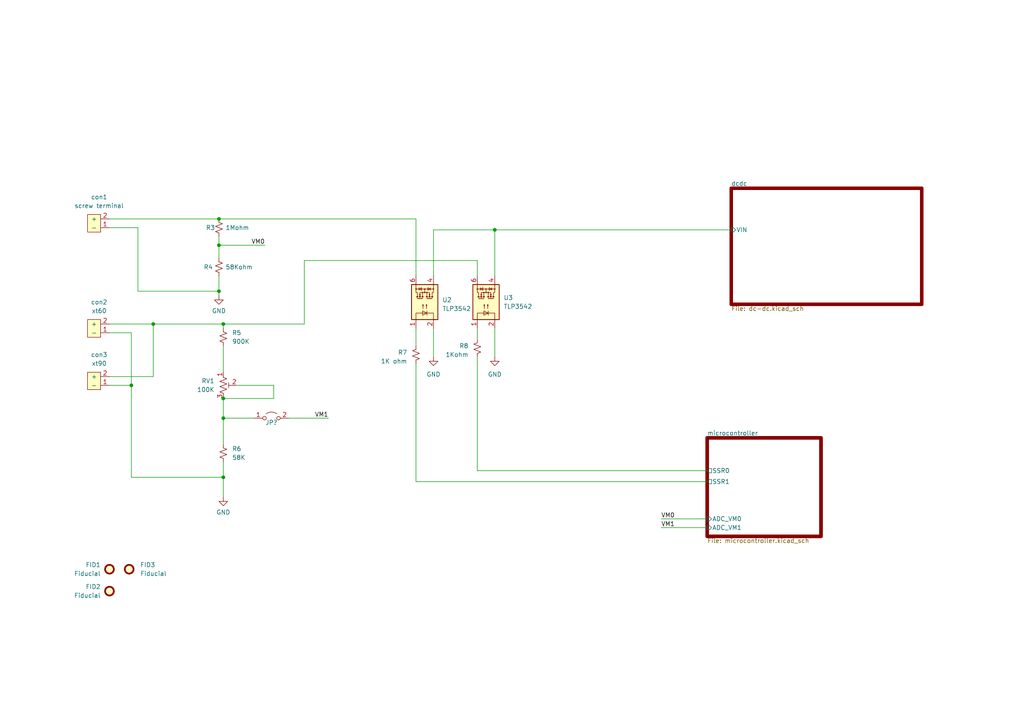
<source format=kicad_sch>
(kicad_sch (version 20210621) (generator eeschema)
  (paper "A4")
  (lib_symbols
    (symbol "Device:R_Potentiometer_Trim_US" (pin_names (offset 1.016) hide)
      (property "Reference" "RV" (at -4.445 0 90))
      (property "Value" "R_Potentiometer_Trim_US" (at -2.54 0 90))
      (symbol "R_Potentiometer_Trim_US_0_1"
        (polyline (pts (xy 0 -2.286) (xy 0 -2.54)))
        (polyline (pts (xy 0 2.286) (xy 0 2.54)))
        (polyline (pts (xy 1.524 0.762) (xy 1.524 -0.762)))
        (polyline (pts (xy 2.54 0) (xy 1.524 0)))
        (polyline (pts (xy 0 -0.762) (xy 1.016 -1.143) (xy 0 -1.524) (xy -1.016 -1.905) (xy 0 -2.286)))
        (polyline (pts (xy 0 0.762) (xy 1.016 0.381) (xy 0 0) (xy -1.016 -0.381) (xy 0 -0.762)))
        (polyline (pts (xy 0 2.286) (xy 1.016 1.905) (xy 0 1.524) (xy -1.016 1.143) (xy 0 0.762)))
      )
      (symbol "R_Potentiometer_Trim_US_1_1"
        (pin passive line (at 0 3.81 270) (length 1.27) (name "1") (number "1"))
        (pin passive line (at 3.81 0 180) (length 1.27) (name "2") (number "2"))
        (pin passive line (at 0 -3.81 90) (length 1.27) (name "3") (number "3"))
      )
    )
    (symbol "Device:R_Small_US" (pin_numbers hide) (pin_names (offset 0.254) hide)
      (property "Reference" "R" (at 0.762 0.508 0))
      (property "Value" "R_Small_US" (at 0.762 -1.016 0))
      (symbol "R_Small_US_1_1"
        (polyline (pts (xy 0 0) (xy 1.016 -0.381) (xy 0 -0.762) (xy -1.016 -1.143) (xy 0 -1.524)))
        (polyline (pts (xy 0 1.524) (xy 1.016 1.143) (xy 0 0.762) (xy -1.016 0.381) (xy 0 0)))
        (pin passive line (at 0 2.54 270) (length 1.016) (name "~") (number "1"))
        (pin passive line (at 0 -2.54 90) (length 1.016) (name "~") (number "2"))
      )
    )
    (symbol "Jumper:Jumper_2_Open" (pin_names (offset 0) hide)
      (property "Reference" "JP" (at 0 2.794 0))
      (property "Value" "Jumper_2_Open" (at 0 -2.286 0))
      (symbol "Jumper_2_Open_0_0"
        (circle (center -2.032 0) (radius 0.508))
        (circle (center 2.032 0) (radius 0.508))
      )
      (symbol "Jumper_2_Open_0_1"
        (arc (start -1.524 1.27) (end 1.524 1.27) (radius (at 0 -0.762) (length 2.54) (angles 126.9 53.1)))
      )
      (symbol "Jumper_2_Open_1_1"
        (pin passive line (at -5.08 0 0) (length 2.54) (name "A") (number "1"))
        (pin passive line (at 5.08 0 180) (length 2.54) (name "B") (number "2"))
      )
    )
    (symbol "Mechanical:Fiducial"
      (property "Reference" "FID" (at 0 5.08 0))
      (property "Value" "Fiducial" (at 0 3.175 0))
      (symbol "Fiducial_0_1"
        (circle (center 0 0) (radius 1.27) (stroke (width 0.508)) (fill (type background)))
      )
    )
    (symbol "Relay_SolidState:TLP3542"
      (property "Reference" "U" (at -3.81 5.08 0))
      (property "Value" "TLP3542" (at -1.27 -5.08 0))
      (symbol "TLP3542_0_1"
        (circle (center 2.794 -0.635) (radius 0.127))
        (circle (center 2.794 0) (radius 0.127))
        (circle (center 2.794 0.635) (radius 0.127))
        (circle (center 3.81 -2.54) (radius 0.127))
        (circle (center 3.81 0) (radius 0.127))
        (circle (center 3.81 2.54) (radius 0.127))
        (rectangle (start -5.08 3.81) (end 5.08 -3.81) (stroke (width 0.254)) (fill (type background)))
        (polyline (pts (xy -3.81 -0.635) (xy -2.54 -0.635)))
        (polyline (pts (xy 1.016 -0.635) (xy 1.016 -2.159)) (stroke (width 0.2032)))
        (polyline (pts (xy 1.016 2.159) (xy 1.016 0.635)) (stroke (width 0.2032)))
        (polyline (pts (xy 1.524 -0.508) (xy 1.524 -0.762)) (stroke (width 0.3556)))
        (polyline (pts (xy 2.794 0) (xy 3.81 0)))
        (polyline (pts (xy 3.429 -1.651) (xy 4.191 -1.651)))
        (polyline (pts (xy 3.429 1.651) (xy 4.191 1.651)))
        (polyline (pts (xy 3.81 -2.54) (xy 3.81 2.54)))
        (polyline (pts (xy 1.524 -2.032) (xy 1.524 -2.286) (xy 1.524 -2.286)) (stroke (width 0.3556)))
        (polyline (pts (xy 1.524 -1.27) (xy 1.524 -1.524) (xy 1.524 -1.524)) (stroke (width 0.3556)))
        (polyline (pts (xy 1.524 0.762) (xy 1.524 0.508) (xy 1.524 0.508)) (stroke (width 0.3556)))
        (polyline (pts (xy 1.524 1.524) (xy 1.524 1.27) (xy 1.524 1.27)) (stroke (width 0.3556)))
        (polyline (pts (xy 1.524 2.286) (xy 1.524 2.032) (xy 1.524 2.032)) (stroke (width 0.3556)))
        (polyline (pts (xy 1.651 -1.397) (xy 2.794 -1.397) (xy 2.794 -0.635)))
        (polyline (pts (xy 1.651 1.397) (xy 2.794 1.397) (xy 2.794 0.635)))
        (polyline (pts (xy -5.08 2.54) (xy -3.175 2.54) (xy -3.175 -2.54) (xy -5.08 -2.54)))
        (polyline (pts (xy -3.175 -0.635) (xy -3.81 0.635) (xy -2.54 0.635) (xy -3.175 -0.635)))
        (polyline (pts (xy 1.651 -2.159) (xy 2.794 -2.159) (xy 2.794 -2.54) (xy 5.08 -2.54)))
        (polyline (pts (xy 1.651 -0.635) (xy 2.794 -0.635) (xy 2.794 0.635) (xy 1.651 0.635)))
        (polyline (pts (xy 1.651 2.159) (xy 2.794 2.159) (xy 2.794 2.54) (xy 5.08 2.54)))
        (polyline (pts (xy 1.778 -1.397) (xy 2.286 -1.27) (xy 2.286 -1.524) (xy 1.778 -1.397)))
        (polyline (pts (xy 1.778 1.397) (xy 2.286 1.524) (xy 2.286 1.27) (xy 1.778 1.397)))
        (polyline (pts (xy 3.81 -1.651) (xy 3.429 -0.889) (xy 4.191 -0.889) (xy 3.81 -1.651)))
        (polyline (pts (xy 3.81 1.651) (xy 3.429 0.889) (xy 4.191 0.889) (xy 3.81 1.651)))
        (polyline (pts (xy -1.905 -0.508) (xy -0.635 -0.508) (xy -1.016 -0.635) (xy -1.016 -0.381) (xy -0.635 -0.508)))
        (polyline (pts (xy -1.905 0.508) (xy -0.635 0.508) (xy -1.016 0.381) (xy -1.016 0.635) (xy -0.635 0.508)))
      )
      (symbol "TLP3542_1_1"
        (pin passive line (at -7.62 2.54 0) (length 2.54) (name "~") (number "1"))
        (pin passive line (at -7.62 -2.54 0) (length 2.54) (name "~") (number "2"))
        (pin no_connect line (at -5.08 0 0) (length 2.54) hide (name "~") (number "3"))
        (pin passive line (at 7.62 -2.54 180) (length 2.54) (name "~") (number "4"))
        (pin passive line (at 7.62 2.54 180) (length 2.54) (name "~") (number "6"))
      )
    )
    (symbol "conectors:battery_con" (pin_names (offset 1.016))
      (property "Reference" "con" (at 0 3.81 0))
      (property "Value" "battery_con" (at 3.81 2.54 90))
      (symbol "battery_con_1_1"
        (rectangle (start -1.27 2.54) (end 2.54 -2.54) (fill (type background)))
        (pin unspecified line (at -3.81 -1.27 0) (length 2.54) (name "-") (number "1"))
        (pin unspecified line (at -3.81 1.27 0) (length 2.54) (name "+") (number "2"))
      )
    )
    (symbol "power:GND" (power) (pin_names (offset 0))
      (property "Value" "GND" (at 0 -3.81 0))
      (symbol "GND_0_1"
        (polyline (pts (xy 0 0) (xy 0 -1.27) (xy 1.27 -1.27) (xy 0 -2.54) (xy -1.27 -1.27) (xy 0 -1.27)))
      )
      (symbol "GND_1_1"
        (pin power_in line (at 0 0 270) (length 0) hide (name "GND") (number "1"))
      )
    )
  )
  (junction (at 38.1 111.76) (diameter 0.9144))
  (junction (at 44.45 93.98) (diameter 0.9144))
  (junction (at 63.5 63.5) (diameter 0.9144))
  (junction (at 63.5 71.12) (diameter 0.9144))
  (junction (at 63.5 84.455) (diameter 0.9144))
  (junction (at 64.77 93.98) (diameter 0.9144))
  (junction (at 64.77 115.57) (diameter 0.9144))
  (junction (at 64.77 121.285) (diameter 0.9144))
  (junction (at 64.77 138.43) (diameter 0.9144))
  (junction (at 143.51 66.675) (diameter 0.9144))
  (wire (pts (xy 31.75 63.5) (xy 63.5 63.5)))
  (wire (pts (xy 31.75 93.98) (xy 44.45 93.98)))
  (wire (pts (xy 31.75 96.52) (xy 38.1 96.52)))
  (wire (pts (xy 31.75 109.22) (xy 44.45 109.22)))
  (wire (pts (xy 31.75 111.76) (xy 38.1 111.76)))
  (wire (pts (xy 38.1 96.52) (xy 38.1 111.76)))
  (wire (pts (xy 38.1 111.76) (xy 38.1 138.43)))
  (wire (pts (xy 38.1 138.43) (xy 64.77 138.43)))
  (wire (pts (xy 40.005 66.04) (xy 31.75 66.04)))
  (wire (pts (xy 40.005 84.455) (xy 40.005 66.04)))
  (wire (pts (xy 44.45 93.98) (xy 64.77 93.98)))
  (wire (pts (xy 44.45 109.22) (xy 44.45 93.98)))
  (wire (pts (xy 63.5 63.5) (xy 120.65 63.5)))
  (wire (pts (xy 63.5 68.58) (xy 63.5 71.12)))
  (wire (pts (xy 63.5 71.12) (xy 63.5 74.93)))
  (wire (pts (xy 63.5 80.01) (xy 63.5 84.455)))
  (wire (pts (xy 63.5 84.455) (xy 40.005 84.455)))
  (wire (pts (xy 63.5 84.455) (xy 63.5 85.725)))
  (wire (pts (xy 64.77 93.98) (xy 64.77 95.25)))
  (wire (pts (xy 64.77 93.98) (xy 88.265 93.98)))
  (wire (pts (xy 64.77 100.33) (xy 64.77 107.95)))
  (wire (pts (xy 64.77 115.57) (xy 64.77 121.285)))
  (wire (pts (xy 64.77 121.285) (xy 64.77 128.905)))
  (wire (pts (xy 64.77 121.285) (xy 73.66 121.285)))
  (wire (pts (xy 64.77 133.985) (xy 64.77 138.43)))
  (wire (pts (xy 64.77 138.43) (xy 64.77 144.145)))
  (wire (pts (xy 68.58 111.76) (xy 79.375 111.76)))
  (wire (pts (xy 76.835 71.12) (xy 63.5 71.12)))
  (wire (pts (xy 79.375 111.76) (xy 79.375 115.57)))
  (wire (pts (xy 79.375 115.57) (xy 64.77 115.57)))
  (wire (pts (xy 83.82 121.285) (xy 95.25 121.285)))
  (wire (pts (xy 88.265 75.565) (xy 138.43 75.565)))
  (wire (pts (xy 88.265 93.98) (xy 88.265 75.565)))
  (wire (pts (xy 120.65 63.5) (xy 120.65 80.01)))
  (wire (pts (xy 120.65 95.25) (xy 120.65 100.33)))
  (wire (pts (xy 120.65 105.41) (xy 120.65 139.7)))
  (wire (pts (xy 120.65 139.7) (xy 205.105 139.7)))
  (wire (pts (xy 125.73 66.675) (xy 143.51 66.675)))
  (wire (pts (xy 125.73 80.01) (xy 125.73 66.675)))
  (wire (pts (xy 125.73 95.25) (xy 125.73 103.505)))
  (wire (pts (xy 138.43 75.565) (xy 138.43 80.01)))
  (wire (pts (xy 138.43 95.25) (xy 138.43 98.425)))
  (wire (pts (xy 138.43 136.525) (xy 138.43 103.505)))
  (wire (pts (xy 143.51 66.675) (xy 143.51 80.01)))
  (wire (pts (xy 143.51 66.675) (xy 212.09 66.675)))
  (wire (pts (xy 143.51 95.25) (xy 143.51 103.505)))
  (wire (pts (xy 191.77 150.495) (xy 205.105 150.495)))
  (wire (pts (xy 191.77 153.035) (xy 205.105 153.035)))
  (wire (pts (xy 205.105 136.525) (xy 138.43 136.525)))
  (label "VM0" (at 76.835 71.12 180))
  (label "VM1" (at 95.25 121.285 180))
  (label "VM0" (at 191.77 150.495 0))
  (label "VM1" (at 191.77 153.035 0))
  (symbol (lib_id "power:GND") (at 63.5 85.725 0) (mirror y) (unit 1)
    (property "Reference" "#PWR0109" (effects hide))
    (property "Value" "GND" (at 63.5 90.17 0))
  )
  (symbol (lib_id "power:GND") (at 64.77 144.145 0) (unit 1)
    (property "Reference" "#PWR0108" (effects hide))
    (property "Value" "GND" (at 64.77 148.59 0))
  )
  (symbol (lib_id "power:GND") (at 125.73 103.505 0) (unit 1)
    (property "Reference" "#PWR0101" (effects hide))
    (property "Value" "GND" (at 125.73 108.585 0))
  )
  (symbol (lib_id "power:GND") (at 143.51 103.505 0) (unit 1)
    (property "Reference" "#PWR0103" (effects hide))
    (property "Value" "GND" (at 143.51 108.585 0))
  )
  (symbol (lib_id "Mechanical:Fiducial") (at 31.75 165.1 0) (mirror x) (unit 1)
    (property "Reference" "FID1" (at 29.21 163.8299 0) (effects (justify right)))
    (property "Value" "Fiducial" (at 29.21 166.3699 0) (effects (justify right)))
  )
  (symbol (lib_id "Mechanical:Fiducial") (at 31.75 171.45 0) (mirror x) (unit 1)
    (property "Reference" "FID2" (at 29.21 170.1799 0) (effects (justify right)))
    (property "Value" "Fiducial" (at 29.21 172.7199 0) (effects (justify right)))
  )
  (symbol (lib_id "Mechanical:Fiducial") (at 37.465 165.1 0) (unit 1)
    (property "Reference" "FID3" (at 40.64 163.8299 0) (effects (justify left)))
    (property "Value" "Fiducial" (at 40.64 166.3699 0) (effects (justify left)))
  )
  (symbol (lib_id "Device:R_Small_US") (at 63.5 66.04 0) (unit 1)
    (property "Reference" "R3" (at 59.69 66.0399 0) (effects (justify left)))
    (property "Value" "1Mohm" (at 65.405 66.0399 0) (effects (justify left)))
  )
  (symbol (lib_id "Device:R_Small_US") (at 63.5 77.47 0) (unit 1)
    (property "Reference" "R4" (at 59.055 77.4699 0) (effects (justify left)))
    (property "Value" "58Kohm" (at 65.405 77.4699 0) (effects (justify left)))
  )
  (symbol (lib_id "Device:R_Small_US") (at 64.77 97.79 0) (unit 1)
    (property "Reference" "R5" (at 67.31 96.5199 0) (effects (justify left)))
    (property "Value" "900K" (at 67.31 99.0599 0) (effects (justify left)))
    (property "Footprint" "vanalles:0603" (effects hide))
  )
  (symbol (lib_id "Device:R_Small_US") (at 64.77 131.445 0) (unit 1)
    (property "Reference" "R6" (at 67.31 130.1749 0) (effects (justify left)))
    (property "Value" "58K" (at 67.31 132.7149 0) (effects (justify left)))
    (property "Footprint" "vanalles:0603" (effects hide))
  )
  (symbol (lib_id "Device:R_Small_US") (at 120.65 102.87 0) (mirror x) (unit 1)
    (property "Reference" "R7" (at 118.11 102.2349 0) (effects (justify right)))
    (property "Value" "1K ohm " (at 118.11 104.7749 0) (effects (justify right)))
    (property "Footprint" "vanalles:0603" (effects hide))
  )
  (symbol (lib_id "Device:R_Small_US") (at 138.43 100.965 0) (mirror x) (unit 1)
    (property "Reference" "R8" (at 135.89 100.3299 0) (effects (justify right)))
    (property "Value" "1Kohm" (at 135.89 102.8699 0) (effects (justify right)))
    (property "Footprint" "vanalles:0603" (effects hide))
  )
  (symbol (lib_id "Jumper:Jumper_2_Open") (at 78.74 121.285 0) (unit 1)
    (property "Reference" "JP?" (at 78.74 122.555 0))
    (property "Value" "Jumper_2_Open" (effects hide))
  )
  (symbol (lib_id "conectors:battery_con") (at 27.94 64.77 0) (mirror y) (unit 1)
    (property "Reference" "con1" (at 28.7655 57.15 0))
    (property "Value" "screw terminal" (at 28.7655 59.69 0))
  )
  (symbol (lib_id "conectors:battery_con") (at 27.94 95.25 0) (mirror y) (unit 1)
    (property "Reference" "con2" (at 28.7655 87.63 0))
    (property "Value" "xt60" (at 28.7655 90.17 0))
  )
  (symbol (lib_id "conectors:battery_con") (at 27.94 110.49 0) (mirror y) (unit 1)
    (property "Reference" "con3" (at 28.7655 102.87 0))
    (property "Value" "xt90" (at 28.7655 105.41 0))
  )
  (symbol (lib_id "Device:R_Potentiometer_Trim_US") (at 64.77 111.76 0) (unit 1)
    (property "Reference" "RV1" (at 62.23 110.4899 0) (effects (justify right)))
    (property "Value" "100K" (at 62.23 113.0299 0) (effects (justify right)))
    (property "Footprint" "vanalles:3314G-1-201E bourns trimmer" (effects hide))
  )
  (symbol (lib_id "Relay_SolidState:TLP3542") (at 123.19 87.63 90) (unit 1)
    (property "Reference" "U2" (at 128.27 86.9949 90) (effects (justify right)))
    (property "Value" "TLP3542" (at 128.27 89.5349 90) (effects (justify right)))
    (property "Footprint" "halfgeleiders:TLP3542" (effects hide))
    (property "Datasheet" "https://toshiba.semicon-storage.com/info/docget.jsp?did=1284&prodName=TLP3542" (effects hide))
  )
  (symbol (lib_id "Relay_SolidState:TLP3542") (at 140.97 87.63 90) (unit 1)
    (property "Reference" "U3" (at 146.05 86.3599 90) (effects (justify right)))
    (property "Value" "TLP3542" (at 146.05 88.8999 90) (effects (justify right)))
    (property "Footprint" "halfgeleiders:TLP3542" (effects hide))
    (property "Datasheet" "https://toshiba.semicon-storage.com/info/docget.jsp?did=1284&prodName=TLP3542" (effects hide))
  )
  (sheet (at 212.09 54.61) (size 55.245 33.655) (stroke (width 1))
    (property "Sheet name" "dcdc" (at 212.09 53.9743 0) (effects (justify left bottom)))
    (property "Sheet file" "dc-dc.kicad_sch" (at 212.09 88.7737 0) (effects (justify left top)))
    (pin "VIN" input (at 212.09 66.675 180))
  )
  (sheet (at 205.105 127) (size 33.02 28.575) (stroke (width 1))
    (property "Sheet name" "microcontroller" (at 205.105 126.3643 0) (effects (justify left bottom)))
    (property "Sheet file" "microcontroller.kicad_sch" (at 205.105 156.0837 0) (effects (justify left top)))
    (pin "ADC_VM1" input (at 205.105 153.035 180))
    (pin "ADC_VM0" input (at 205.105 150.495 180))
    (pin "SSR1" output (at 205.105 139.7 180))
    (pin "SSR0" output (at 205.105 136.525 180))
  )
)
</source>
